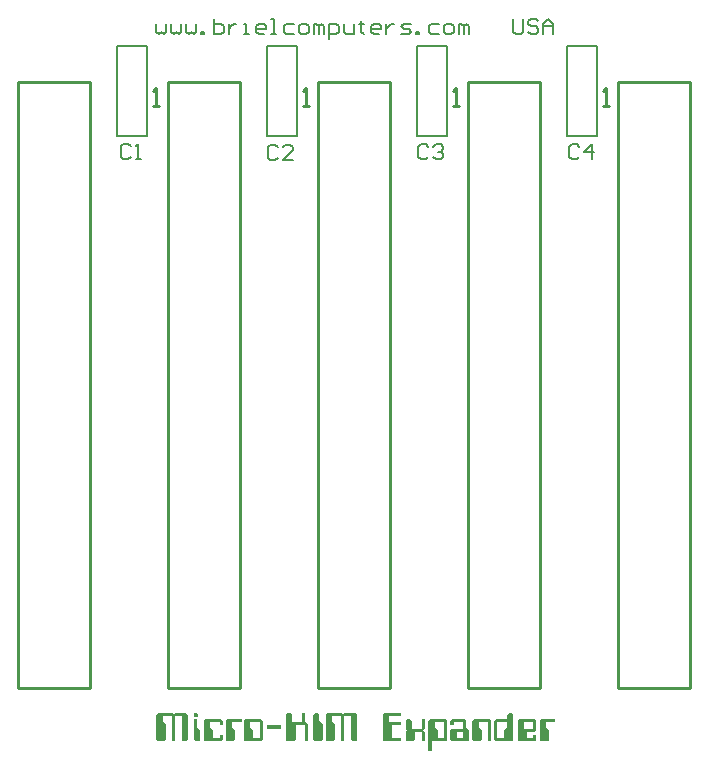
<source format=gto>
%FSLAX23Y23*%
%MOIN*%
G70*
G01*
G75*
G04 Layer_Color=65535*
%ADD10C,0.010*%
%ADD11C,0.012*%
%ADD12C,0.065*%
%ADD13R,0.065X0.065*%
%ADD14C,0.066*%
%ADD15C,0.008*%
G36*
X3123Y3151D02*
Y3130D01*
X3134Y3120D01*
Y3067D01*
X3128Y3062D01*
X3108D01*
X3102Y3067D01*
Y3151D01*
X3108Y3157D01*
X3118D01*
X3123Y3151D01*
D02*
G37*
G36*
X3910Y3125D02*
X3879D01*
Y3109D01*
X3889Y3099D01*
Y3067D01*
X3884Y3062D01*
X3863D01*
X3858Y3067D01*
Y3131D01*
X3863Y3136D01*
X3910D01*
Y3125D01*
D02*
G37*
G36*
X2864D02*
X2833D01*
Y3109D01*
X2843Y3099D01*
Y3067D01*
X2837Y3062D01*
X2817D01*
X2811Y3067D01*
Y3131D01*
X2817Y3136D01*
X2864D01*
Y3125D01*
D02*
G37*
G36*
X2935Y3131D02*
Y3067D01*
X2929Y3062D01*
X2877D01*
X2871Y3067D01*
Y3131D01*
X2877Y3136D01*
X2929D01*
X2935Y3131D01*
D02*
G37*
G36*
X3847Y3131D02*
Y3099D01*
X3842Y3094D01*
X3815D01*
Y3073D01*
X3836D01*
Y3083D01*
X3847D01*
Y3067D01*
X3841Y3062D01*
X3789D01*
X3784Y3067D01*
Y3131D01*
X3789Y3136D01*
X3842D01*
X3847Y3131D01*
D02*
G37*
G36*
X3613D02*
Y3109D01*
X3623Y3099D01*
Y3067D01*
X3618Y3062D01*
X3565D01*
X3560Y3067D01*
Y3099D01*
X3565Y3104D01*
X3602D01*
Y3125D01*
X3571D01*
Y3115D01*
X3560D01*
Y3131D01*
X3565Y3136D01*
X3608D01*
X3613Y3131D01*
D02*
G37*
G36*
X3397Y3146D02*
X3355D01*
Y3125D01*
X3397D01*
Y3115D01*
X3366D01*
Y3073D01*
X3397D01*
Y3062D01*
X3339D01*
X3334Y3067D01*
Y3151D01*
X3339Y3157D01*
X3397D01*
Y3146D01*
D02*
G37*
G36*
X3770Y3152D02*
Y3067D01*
X3765Y3062D01*
X3712D01*
X3707Y3067D01*
Y3131D01*
X3712Y3136D01*
X3749D01*
Y3151D01*
X3754Y3157D01*
X3765D01*
X3770Y3152D01*
D02*
G37*
G36*
X3697Y3131D02*
Y3062D01*
X3686D01*
Y3125D01*
X3655D01*
Y3109D01*
X3665Y3099D01*
Y3067D01*
X3659Y3062D01*
X3639D01*
X3633Y3067D01*
Y3131D01*
X3639Y3136D01*
X3691D01*
X3697Y3131D01*
D02*
G37*
G36*
X2719Y3154D02*
Y3146D01*
X2717Y3144D01*
X2706D01*
X2705Y3146D01*
Y3154D01*
X2707Y3156D01*
X2717D01*
X2719Y3154D01*
D02*
G37*
G36*
X3075Y3130D02*
X3086Y3120D01*
Y3062D01*
X3075D01*
Y3115D01*
X3044D01*
Y3067D01*
X3038Y3062D01*
X3017D01*
X3012Y3067D01*
Y3151D01*
X3017Y3157D01*
X3028D01*
X3033Y3151D01*
Y3125D01*
X3065D01*
Y3157D01*
X3075D01*
Y3130D01*
D02*
G37*
G36*
X3250Y3151D02*
Y3067D01*
X3244Y3062D01*
X3234D01*
X3229Y3067D01*
Y3146D01*
X3207D01*
Y3062D01*
X3197D01*
Y3146D01*
X3166D01*
Y3130D01*
X3176Y3120D01*
Y3067D01*
X3170Y3062D01*
X3149D01*
X3144Y3067D01*
Y3151D01*
X3149Y3157D01*
X3197D01*
X3202Y3152D01*
X3207Y3157D01*
X3244D01*
X3250Y3151D01*
D02*
G37*
G36*
X2685D02*
Y3067D01*
X2680Y3062D01*
X2670D01*
X2665Y3067D01*
Y3146D01*
X2643D01*
Y3062D01*
X2633D01*
Y3146D01*
X2601D01*
Y3130D01*
X2611Y3120D01*
Y3067D01*
X2606Y3062D01*
X2585D01*
X2580Y3067D01*
Y3151D01*
X2585Y3157D01*
X2633D01*
X2638Y3152D01*
X2643Y3157D01*
X2680D01*
X2685Y3151D01*
D02*
G37*
G36*
X2801Y3131D02*
Y3115D01*
X2791D01*
Y3125D01*
X2759D01*
Y3109D01*
X2769Y3099D01*
Y3073D01*
X2791D01*
Y3083D01*
X2801D01*
Y3067D01*
X2796Y3062D01*
X2743D01*
X2738Y3067D01*
Y3131D01*
X2743Y3136D01*
X2796D01*
X2801Y3131D01*
D02*
G37*
G36*
X2996Y3104D02*
X2948D01*
Y3115D01*
X2996D01*
Y3104D01*
D02*
G37*
G36*
X2717Y3109D02*
X2727Y3099D01*
Y3067D01*
X2722Y3062D01*
X2712D01*
X2707Y3067D01*
Y3136D01*
X2717D01*
Y3109D01*
D02*
G37*
G36*
X3550Y3131D02*
Y3068D01*
X3545Y3062D01*
X3498D01*
Y3031D01*
X3487D01*
Y3131D01*
X3492Y3136D01*
X3545D01*
X3550Y3131D01*
D02*
G37*
G36*
X3474Y3104D02*
X3469Y3099D01*
X3474Y3094D01*
Y3062D01*
X3464D01*
Y3094D01*
X3442D01*
Y3067D01*
X3437Y3062D01*
X3416D01*
X3411Y3067D01*
Y3094D01*
X3416Y3099D01*
X3411Y3104D01*
Y3130D01*
X3416Y3136D01*
X3426D01*
X3432Y3131D01*
Y3104D01*
X3464D01*
Y3136D01*
X3474D01*
Y3104D01*
D02*
G37*
%LPC*%
G36*
X3749Y3125D02*
X3717D01*
Y3073D01*
X3739D01*
Y3099D01*
X3749Y3109D01*
Y3125D01*
D02*
G37*
G36*
X3836Y3125D02*
X3805D01*
Y3104D01*
X3836D01*
Y3125D01*
D02*
G37*
G36*
X3602Y3094D02*
X3581D01*
Y3073D01*
X3602D01*
Y3094D01*
D02*
G37*
G36*
X2924Y3125D02*
X2893D01*
Y3109D01*
X2903Y3099D01*
Y3073D01*
X2924D01*
Y3125D01*
D02*
G37*
G36*
X3540D02*
X3508D01*
Y3109D01*
X3519Y3099D01*
Y3073D01*
X3540D01*
Y3125D01*
D02*
G37*
%LPD*%
D10*
X2120Y3240D02*
X2360D01*
Y5260D01*
X2120Y3240D02*
Y5260D01*
X2360D01*
X4120Y3240D02*
X4360D01*
Y5260D01*
X4120Y3240D02*
Y5260D01*
X4360D01*
X2620Y3240D02*
X2860D01*
Y5260D01*
X2620Y3240D02*
Y5260D01*
X2860D01*
X3620Y3240D02*
X3860D01*
Y5260D01*
X3620Y3240D02*
Y5260D01*
X3860D01*
X3120Y3240D02*
X3360D01*
Y5260D01*
X3120Y3240D02*
Y5260D01*
X3360D01*
X4070Y5180D02*
X4090D01*
X4080D01*
Y5240D01*
X4070Y5230D01*
X2570Y5180D02*
X2590D01*
X2580D01*
Y5240D01*
X2570Y5230D01*
X3070Y5180D02*
X3090D01*
X3080D01*
Y5240D01*
X3070Y5230D01*
X3570Y5180D02*
X3590D01*
X3580D01*
Y5240D01*
X3570Y5230D01*
D15*
X4050Y5080D02*
Y5380D01*
X3950Y5080D02*
X4050D01*
X3950D02*
Y5380D01*
X4050D01*
X3450D02*
X3550D01*
X3450Y5080D02*
Y5380D01*
Y5080D02*
X3550D01*
Y5380D01*
X3050Y5080D02*
Y5380D01*
X2950Y5080D02*
X3050D01*
X2950D02*
Y5380D01*
X3050D01*
X2450D02*
X2550D01*
X2450Y5080D02*
Y5380D01*
Y5080D02*
X2550D01*
Y5380D01*
X3770Y5470D02*
Y5428D01*
X3778Y5420D01*
X3795D01*
X3803Y5428D01*
Y5470D01*
X3853Y5462D02*
X3845Y5470D01*
X3828D01*
X3820Y5462D01*
Y5453D01*
X3828Y5445D01*
X3845D01*
X3853Y5437D01*
Y5428D01*
X3845Y5420D01*
X3828D01*
X3820Y5428D01*
X3870Y5420D02*
Y5453D01*
X3887Y5470D01*
X3903Y5453D01*
Y5420D01*
Y5445D01*
X3870D01*
X2580Y5453D02*
Y5428D01*
X2588Y5420D01*
X2597Y5428D01*
X2605Y5420D01*
X2613Y5428D01*
Y5453D01*
X2630D02*
Y5428D01*
X2638Y5420D01*
X2647Y5428D01*
X2655Y5420D01*
X2663Y5428D01*
Y5453D01*
X2680D02*
Y5428D01*
X2688Y5420D01*
X2697Y5428D01*
X2705Y5420D01*
X2713Y5428D01*
Y5453D01*
X2730Y5420D02*
Y5428D01*
X2738D01*
Y5420D01*
X2730D01*
X2772Y5470D02*
Y5420D01*
X2797D01*
X2805Y5428D01*
Y5437D01*
Y5445D01*
X2797Y5453D01*
X2772D01*
X2822D02*
Y5420D01*
Y5437D01*
X2830Y5445D01*
X2838Y5453D01*
X2847D01*
X2872Y5420D02*
X2888D01*
X2880D01*
Y5453D01*
X2872D01*
X2938Y5420D02*
X2922D01*
X2913Y5428D01*
Y5445D01*
X2922Y5453D01*
X2938D01*
X2947Y5445D01*
Y5437D01*
X2913D01*
X2963Y5420D02*
X2980D01*
X2972D01*
Y5470D01*
X2963D01*
X3038Y5453D02*
X3013D01*
X3005Y5445D01*
Y5428D01*
X3013Y5420D01*
X3038D01*
X3063D02*
X3080D01*
X3088Y5428D01*
Y5445D01*
X3080Y5453D01*
X3063D01*
X3055Y5445D01*
Y5428D01*
X3063Y5420D01*
X3105D02*
Y5453D01*
X3113D01*
X3121Y5445D01*
Y5420D01*
Y5445D01*
X3130Y5453D01*
X3138Y5445D01*
Y5420D01*
X3155Y5403D02*
Y5453D01*
X3180D01*
X3188Y5445D01*
Y5428D01*
X3180Y5420D01*
X3155D01*
X3205Y5453D02*
Y5428D01*
X3213Y5420D01*
X3238D01*
Y5453D01*
X3263Y5462D02*
Y5453D01*
X3255D01*
X3271D01*
X3263D01*
Y5428D01*
X3271Y5420D01*
X3321D02*
X3305D01*
X3296Y5428D01*
Y5445D01*
X3305Y5453D01*
X3321D01*
X3330Y5445D01*
Y5437D01*
X3296D01*
X3346Y5453D02*
Y5420D01*
Y5437D01*
X3355Y5445D01*
X3363Y5453D01*
X3371D01*
X3396Y5420D02*
X3421D01*
X3430Y5428D01*
X3421Y5437D01*
X3405D01*
X3396Y5445D01*
X3405Y5453D01*
X3430D01*
X3446Y5420D02*
Y5428D01*
X3455D01*
Y5420D01*
X3446D01*
X3521Y5453D02*
X3496D01*
X3488Y5445D01*
Y5428D01*
X3496Y5420D01*
X3521D01*
X3546D02*
X3563D01*
X3571Y5428D01*
Y5445D01*
X3563Y5453D01*
X3546D01*
X3538Y5445D01*
Y5428D01*
X3546Y5420D01*
X3588D02*
Y5453D01*
X3596D01*
X3605Y5445D01*
Y5420D01*
Y5445D01*
X3613Y5453D01*
X3621Y5445D01*
Y5420D01*
X3989Y5044D02*
X3981Y5052D01*
X3964D01*
X3956Y5044D01*
Y5010D01*
X3964Y5002D01*
X3981D01*
X3989Y5010D01*
X4031Y5002D02*
Y5052D01*
X4006Y5027D01*
X4039D01*
X3486Y5044D02*
X3478Y5052D01*
X3461D01*
X3453Y5044D01*
Y5010D01*
X3461Y5002D01*
X3478D01*
X3486Y5010D01*
X3503Y5044D02*
X3511Y5052D01*
X3528D01*
X3536Y5044D01*
Y5035D01*
X3528Y5027D01*
X3520D01*
X3528D01*
X3536Y5019D01*
Y5010D01*
X3528Y5002D01*
X3511D01*
X3503Y5010D01*
X2985Y5042D02*
X2977Y5050D01*
X2960D01*
X2952Y5042D01*
Y5008D01*
X2960Y5000D01*
X2977D01*
X2985Y5008D01*
X3035Y5000D02*
X3002D01*
X3035Y5033D01*
Y5042D01*
X3027Y5050D01*
X3010D01*
X3002Y5042D01*
X2495Y5045D02*
X2487Y5053D01*
X2470D01*
X2462Y5045D01*
Y5011D01*
X2470Y5003D01*
X2487D01*
X2495Y5011D01*
X2512Y5003D02*
X2529D01*
X2520D01*
Y5053D01*
X2512Y5045D01*
M02*

</source>
